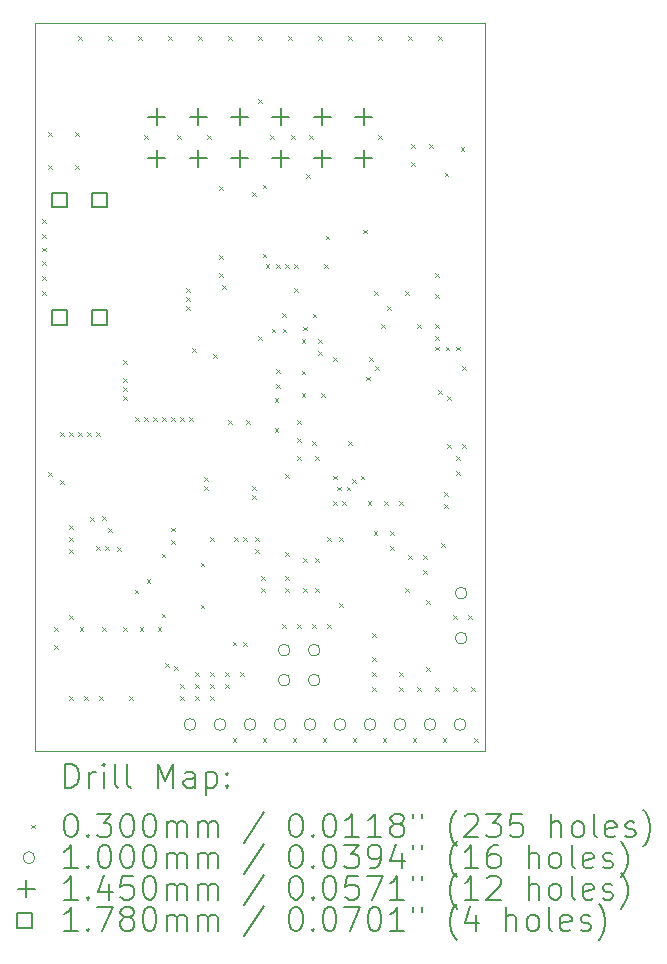
<source format=gbr>
%FSLAX45Y45*%
G04 Gerber Fmt 4.5, Leading zero omitted, Abs format (unit mm)*
G04 Created by KiCad (PCBNEW 6.0.4-6f826c9f35~116~ubuntu18.04.1) date 2022-04-10 17:10:06*
%MOMM*%
%LPD*%
G01*
G04 APERTURE LIST*
%TA.AperFunction,Profile*%
%ADD10C,0.050000*%
%TD*%
%ADD11C,0.200000*%
%ADD12C,0.030000*%
%ADD13C,0.100000*%
%ADD14C,0.145000*%
%ADD15C,0.178000*%
G04 APERTURE END LIST*
D10*
X10795000Y-11366500D02*
X14605000Y-11366500D01*
X14605000Y-5207000D02*
X10795000Y-5207000D01*
X14605000Y-11366500D02*
X14605000Y-5207000D01*
X10795000Y-5207000D02*
X10795000Y-11366500D01*
D11*
D12*
X10856200Y-6868400D02*
X10886200Y-6898400D01*
X10886200Y-6868400D02*
X10856200Y-6898400D01*
X10856200Y-6995400D02*
X10886200Y-7025400D01*
X10886200Y-6995400D02*
X10856200Y-7025400D01*
X10856200Y-7109700D02*
X10886200Y-7139700D01*
X10886200Y-7109700D02*
X10856200Y-7139700D01*
X10856200Y-7224000D02*
X10886200Y-7254000D01*
X10886200Y-7224000D02*
X10856200Y-7254000D01*
X10856200Y-7351000D02*
X10886200Y-7381000D01*
X10886200Y-7351000D02*
X10856200Y-7381000D01*
X10856200Y-7478000D02*
X10886200Y-7508000D01*
X10886200Y-7478000D02*
X10856200Y-7508000D01*
X10905400Y-9008600D02*
X10935400Y-9038600D01*
X10935400Y-9008600D02*
X10905400Y-9038600D01*
X10907000Y-6131800D02*
X10937000Y-6161800D01*
X10937000Y-6131800D02*
X10907000Y-6161800D01*
X10907000Y-6411200D02*
X10937000Y-6441200D01*
X10937000Y-6411200D02*
X10907000Y-6441200D01*
X10957800Y-10322800D02*
X10987800Y-10352800D01*
X10987800Y-10322800D02*
X10957800Y-10352800D01*
X10957800Y-10475200D02*
X10987800Y-10505200D01*
X10987800Y-10475200D02*
X10957800Y-10505200D01*
X11008600Y-8671800D02*
X11038600Y-8701800D01*
X11038600Y-8671800D02*
X11008600Y-8701800D01*
X11008600Y-9078200D02*
X11038600Y-9108200D01*
X11038600Y-9078200D02*
X11008600Y-9108200D01*
X11084800Y-8671800D02*
X11114800Y-8701800D01*
X11114800Y-8671800D02*
X11084800Y-8701800D01*
X11084800Y-9459200D02*
X11114800Y-9489200D01*
X11114800Y-9459200D02*
X11084800Y-9489200D01*
X11084800Y-9560800D02*
X11114800Y-9590800D01*
X11114800Y-9560800D02*
X11084800Y-9590800D01*
X11084800Y-9662400D02*
X11114800Y-9692400D01*
X11114800Y-9662400D02*
X11084800Y-9692400D01*
X11084800Y-10221200D02*
X11114800Y-10251200D01*
X11114800Y-10221200D02*
X11084800Y-10251200D01*
X11084800Y-10907000D02*
X11114800Y-10937000D01*
X11114800Y-10907000D02*
X11084800Y-10937000D01*
X11135600Y-6131800D02*
X11165600Y-6161800D01*
X11165600Y-6131800D02*
X11135600Y-6161800D01*
X11135600Y-6411200D02*
X11165600Y-6441200D01*
X11165600Y-6411200D02*
X11135600Y-6441200D01*
X11161000Y-5319000D02*
X11191000Y-5349000D01*
X11191000Y-5319000D02*
X11161000Y-5349000D01*
X11161000Y-8671800D02*
X11191000Y-8701800D01*
X11191000Y-8671800D02*
X11161000Y-8701800D01*
X11173700Y-10322800D02*
X11203700Y-10352800D01*
X11203700Y-10322800D02*
X11173700Y-10352800D01*
X11211800Y-10907000D02*
X11241800Y-10937000D01*
X11241800Y-10907000D02*
X11211800Y-10937000D01*
X11237200Y-8671800D02*
X11267200Y-8701800D01*
X11267200Y-8671800D02*
X11237200Y-8701800D01*
X11261000Y-9389600D02*
X11291000Y-9419600D01*
X11291000Y-9389600D02*
X11261000Y-9419600D01*
X11311464Y-9635064D02*
X11341464Y-9665064D01*
X11341464Y-9635064D02*
X11311464Y-9665064D01*
X11313400Y-8671800D02*
X11343400Y-8701800D01*
X11343400Y-8671800D02*
X11313400Y-8701800D01*
X11338800Y-10907000D02*
X11368800Y-10937000D01*
X11368800Y-10907000D02*
X11338800Y-10937000D01*
X11364200Y-9380700D02*
X11394200Y-9410700D01*
X11394200Y-9380700D02*
X11364200Y-9410700D01*
X11364200Y-10322800D02*
X11394200Y-10352800D01*
X11394200Y-10322800D02*
X11364200Y-10352800D01*
X11389600Y-9637000D02*
X11419600Y-9667000D01*
X11419600Y-9637000D02*
X11389600Y-9667000D01*
X11415000Y-5319000D02*
X11445000Y-5349000D01*
X11445000Y-5319000D02*
X11415000Y-5349000D01*
X11415000Y-9484600D02*
X11445000Y-9514600D01*
X11445000Y-9484600D02*
X11415000Y-9514600D01*
X11491200Y-9642820D02*
X11521200Y-9672820D01*
X11521200Y-9642820D02*
X11491200Y-9672820D01*
X11542000Y-8062200D02*
X11572000Y-8092200D01*
X11572000Y-8062200D02*
X11542000Y-8092200D01*
X11542000Y-8214600D02*
X11572000Y-8244600D01*
X11572000Y-8214600D02*
X11542000Y-8244600D01*
X11542000Y-8290800D02*
X11572000Y-8320800D01*
X11572000Y-8290800D02*
X11542000Y-8320800D01*
X11542000Y-8367000D02*
X11572000Y-8397000D01*
X11572000Y-8367000D02*
X11542000Y-8397000D01*
X11542000Y-10322800D02*
X11572000Y-10352800D01*
X11572000Y-10322800D02*
X11542000Y-10352800D01*
X11592800Y-10907000D02*
X11622800Y-10937000D01*
X11622800Y-10907000D02*
X11592800Y-10937000D01*
X11637100Y-10005300D02*
X11667100Y-10035300D01*
X11667100Y-10005300D02*
X11637100Y-10035300D01*
X11643600Y-8544800D02*
X11673600Y-8574800D01*
X11673600Y-8544800D02*
X11643600Y-8574800D01*
X11669000Y-5319000D02*
X11699000Y-5349000D01*
X11699000Y-5319000D02*
X11669000Y-5349000D01*
X11681700Y-10322800D02*
X11711700Y-10352800D01*
X11711700Y-10322800D02*
X11681700Y-10352800D01*
X11719800Y-6157200D02*
X11749800Y-6187200D01*
X11749800Y-6157200D02*
X11719800Y-6187200D01*
X11719800Y-8544800D02*
X11749800Y-8574800D01*
X11749800Y-8544800D02*
X11719800Y-8574800D01*
X11738700Y-9916400D02*
X11768700Y-9946400D01*
X11768700Y-9916400D02*
X11738700Y-9946400D01*
X11796000Y-8544800D02*
X11826000Y-8574800D01*
X11826000Y-8544800D02*
X11796000Y-8574800D01*
X11834100Y-10322800D02*
X11864100Y-10352800D01*
X11864100Y-10322800D02*
X11834100Y-10352800D01*
X11865700Y-9700500D02*
X11895700Y-9730500D01*
X11895700Y-9700500D02*
X11865700Y-9730500D01*
X11865700Y-10208500D02*
X11895700Y-10238500D01*
X11895700Y-10208500D02*
X11865700Y-10238500D01*
X11872200Y-8544800D02*
X11902200Y-8574800D01*
X11902200Y-8544800D02*
X11872200Y-8574800D01*
X11897600Y-10627600D02*
X11927600Y-10657600D01*
X11927600Y-10627600D02*
X11897600Y-10657600D01*
X11923000Y-5319000D02*
X11953000Y-5349000D01*
X11953000Y-5319000D02*
X11923000Y-5349000D01*
X11948400Y-8544800D02*
X11978400Y-8574800D01*
X11978400Y-8544800D02*
X11948400Y-8574800D01*
X11948400Y-9479998D02*
X11978400Y-9509998D01*
X11978400Y-9479998D02*
X11948400Y-9509998D01*
X11948400Y-9586200D02*
X11978400Y-9616200D01*
X11978400Y-9586200D02*
X11948400Y-9616200D01*
X11974060Y-10653000D02*
X12004060Y-10683000D01*
X12004060Y-10653000D02*
X11974060Y-10683000D01*
X11999200Y-6157200D02*
X12029200Y-6187200D01*
X12029200Y-6157200D02*
X11999200Y-6187200D01*
X12024600Y-8544800D02*
X12054600Y-8574800D01*
X12054600Y-8544800D02*
X12024600Y-8574800D01*
X12024600Y-10805400D02*
X12054600Y-10835400D01*
X12054600Y-10805400D02*
X12024600Y-10835400D01*
X12024600Y-10907000D02*
X12054600Y-10937000D01*
X12054600Y-10907000D02*
X12024600Y-10937000D01*
X12075400Y-7452600D02*
X12105400Y-7482600D01*
X12105400Y-7452600D02*
X12075400Y-7482600D01*
X12075400Y-7528800D02*
X12105400Y-7558800D01*
X12105400Y-7528800D02*
X12075400Y-7558800D01*
X12075400Y-7605000D02*
X12105400Y-7635000D01*
X12105400Y-7605000D02*
X12075400Y-7635000D01*
X12100800Y-8544800D02*
X12130800Y-8574800D01*
X12130800Y-8544800D02*
X12100800Y-8574800D01*
X12126200Y-7960600D02*
X12156200Y-7990600D01*
X12156200Y-7960600D02*
X12126200Y-7990600D01*
X12151600Y-10703800D02*
X12181600Y-10733800D01*
X12181600Y-10703800D02*
X12151600Y-10733800D01*
X12151600Y-10805400D02*
X12181600Y-10835400D01*
X12181600Y-10805400D02*
X12151600Y-10835400D01*
X12151600Y-10907000D02*
X12181600Y-10937000D01*
X12181600Y-10907000D02*
X12151600Y-10937000D01*
X12177000Y-5319000D02*
X12207000Y-5349000D01*
X12207000Y-5319000D02*
X12177000Y-5349000D01*
X12195900Y-9776700D02*
X12225900Y-9806700D01*
X12225900Y-9776700D02*
X12195900Y-9806700D01*
X12195900Y-10132300D02*
X12225900Y-10162300D01*
X12225900Y-10132300D02*
X12195900Y-10162300D01*
X12227800Y-9052540D02*
X12257800Y-9082540D01*
X12257800Y-9052540D02*
X12227800Y-9082540D01*
X12227800Y-9129000D02*
X12257800Y-9159000D01*
X12257800Y-9129000D02*
X12227800Y-9159000D01*
X12253200Y-6157200D02*
X12283200Y-6187200D01*
X12283200Y-6157200D02*
X12253200Y-6187200D01*
X12278600Y-9560800D02*
X12308600Y-9590800D01*
X12308600Y-9560800D02*
X12278600Y-9590800D01*
X12278600Y-10703800D02*
X12308600Y-10733800D01*
X12308600Y-10703800D02*
X12278600Y-10733800D01*
X12278600Y-10805400D02*
X12308600Y-10835400D01*
X12308600Y-10805400D02*
X12278600Y-10835400D01*
X12278600Y-10907000D02*
X12308600Y-10937000D01*
X12308600Y-10907000D02*
X12278600Y-10937000D01*
X12304000Y-8011400D02*
X12334000Y-8041400D01*
X12334000Y-8011400D02*
X12304000Y-8041400D01*
X12354800Y-6589000D02*
X12384800Y-6619000D01*
X12384800Y-6589000D02*
X12354800Y-6619000D01*
X12354800Y-7173200D02*
X12384800Y-7203200D01*
X12384800Y-7173200D02*
X12354800Y-7203200D01*
X12354800Y-7325600D02*
X12384800Y-7355600D01*
X12384800Y-7325600D02*
X12354800Y-7355600D01*
X12380200Y-7427200D02*
X12410200Y-7457200D01*
X12410200Y-7427200D02*
X12380200Y-7457200D01*
X12405600Y-10703800D02*
X12435600Y-10733800D01*
X12435600Y-10703800D02*
X12405600Y-10733800D01*
X12405600Y-10805400D02*
X12435600Y-10835400D01*
X12435600Y-10805400D02*
X12405600Y-10835400D01*
X12431000Y-5319000D02*
X12461000Y-5349000D01*
X12461000Y-5319000D02*
X12431000Y-5349000D01*
X12431000Y-8570200D02*
X12461000Y-8600200D01*
X12461000Y-8570200D02*
X12431000Y-8600200D01*
X12469100Y-10443980D02*
X12499100Y-10473980D01*
X12499100Y-10443980D02*
X12469100Y-10473980D01*
X12469100Y-11262600D02*
X12499100Y-11292600D01*
X12499100Y-11262600D02*
X12469100Y-11292600D01*
X12481800Y-9560800D02*
X12511800Y-9590800D01*
X12511800Y-9560800D02*
X12481800Y-9590800D01*
X12532600Y-10703800D02*
X12562600Y-10733800D01*
X12562600Y-10703800D02*
X12532600Y-10733800D01*
X12558000Y-10449800D02*
X12588000Y-10479800D01*
X12588000Y-10449800D02*
X12558000Y-10479800D01*
X12558260Y-9560800D02*
X12588260Y-9590800D01*
X12588260Y-9560800D02*
X12558260Y-9590800D01*
X12583400Y-8570200D02*
X12613400Y-8600200D01*
X12613400Y-8570200D02*
X12583400Y-8600200D01*
X12634200Y-6639800D02*
X12664200Y-6669800D01*
X12664200Y-6639800D02*
X12634200Y-6669800D01*
X12634200Y-9129000D02*
X12664200Y-9159000D01*
X12664200Y-9129000D02*
X12634200Y-9159000D01*
X12634200Y-9205460D02*
X12664200Y-9235460D01*
X12664200Y-9205460D02*
X12634200Y-9235460D01*
X12659600Y-9560800D02*
X12689600Y-9590800D01*
X12689600Y-9560800D02*
X12659600Y-9590800D01*
X12659600Y-9662400D02*
X12689600Y-9692400D01*
X12689600Y-9662400D02*
X12659600Y-9692400D01*
X12685000Y-5319000D02*
X12715000Y-5349000D01*
X12715000Y-5319000D02*
X12685000Y-5349000D01*
X12685000Y-5852400D02*
X12715000Y-5882400D01*
X12715000Y-5852400D02*
X12685000Y-5882400D01*
X12685000Y-7859000D02*
X12715000Y-7889000D01*
X12715000Y-7859000D02*
X12685000Y-7889000D01*
X12710400Y-9891000D02*
X12740400Y-9921000D01*
X12740400Y-9891000D02*
X12710400Y-9921000D01*
X12710400Y-9992600D02*
X12740400Y-10022600D01*
X12740400Y-9992600D02*
X12710400Y-10022600D01*
X12723100Y-6576300D02*
X12753100Y-6606300D01*
X12753100Y-6576300D02*
X12723100Y-6606300D01*
X12723100Y-7160500D02*
X12753100Y-7190500D01*
X12753100Y-7160500D02*
X12723100Y-7190500D01*
X12723100Y-11262600D02*
X12753100Y-11292600D01*
X12753100Y-11262600D02*
X12723100Y-11292600D01*
X12748500Y-7249400D02*
X12778500Y-7279400D01*
X12778500Y-7249400D02*
X12748500Y-7279400D01*
X12786600Y-6157200D02*
X12816600Y-6187200D01*
X12816600Y-6157200D02*
X12786600Y-6187200D01*
X12799300Y-7795500D02*
X12829300Y-7825500D01*
X12829300Y-7795500D02*
X12799300Y-7825500D01*
X12824700Y-8382725D02*
X12854700Y-8412725D01*
X12854700Y-8382725D02*
X12824700Y-8412725D01*
X12824700Y-8636725D02*
X12854700Y-8666725D01*
X12854700Y-8636725D02*
X12824700Y-8666725D01*
X12837140Y-7249400D02*
X12867140Y-7279400D01*
X12867140Y-7249400D02*
X12837140Y-7279400D01*
X12837400Y-8138400D02*
X12867400Y-8168400D01*
X12867400Y-8138400D02*
X12837400Y-8168400D01*
X12837400Y-8265400D02*
X12867400Y-8295400D01*
X12867400Y-8265400D02*
X12837400Y-8295400D01*
X12888200Y-7664400D02*
X12918200Y-7694400D01*
X12918200Y-7664400D02*
X12888200Y-7694400D01*
X12888200Y-10297400D02*
X12918200Y-10327400D01*
X12918200Y-10297400D02*
X12888200Y-10327400D01*
X12892301Y-7795500D02*
X12922301Y-7825500D01*
X12922301Y-7795500D02*
X12892301Y-7825500D01*
X12913600Y-7249400D02*
X12943600Y-7279400D01*
X12943600Y-7249400D02*
X12913600Y-7279400D01*
X12913600Y-9027400D02*
X12943600Y-9057400D01*
X12943600Y-9027400D02*
X12913600Y-9057400D01*
X12913600Y-9687800D02*
X12943600Y-9717800D01*
X12943600Y-9687800D02*
X12913600Y-9717800D01*
X12913600Y-9891000D02*
X12943600Y-9921000D01*
X12943600Y-9891000D02*
X12913600Y-9921000D01*
X12913600Y-9992600D02*
X12943600Y-10022600D01*
X12943600Y-9992600D02*
X12913600Y-10022600D01*
X12939000Y-5319000D02*
X12969000Y-5349000D01*
X12969000Y-5319000D02*
X12939000Y-5349000D01*
X12964400Y-6157200D02*
X12994400Y-6187200D01*
X12994400Y-6157200D02*
X12964400Y-6187200D01*
X12977100Y-11262600D02*
X13007100Y-11292600D01*
X13007100Y-11262600D02*
X12977100Y-11292600D01*
X12989800Y-7452600D02*
X13019800Y-7482600D01*
X13019800Y-7452600D02*
X12989800Y-7482600D01*
X12990060Y-7249400D02*
X13020060Y-7279400D01*
X13020060Y-7249400D02*
X12990060Y-7279400D01*
X13015200Y-8570200D02*
X13045200Y-8600200D01*
X13045200Y-8570200D02*
X13015200Y-8600200D01*
X13015200Y-8722600D02*
X13045200Y-8752600D01*
X13045200Y-8722600D02*
X13015200Y-8752600D01*
X13015200Y-8875000D02*
X13045200Y-8905000D01*
X13045200Y-8875000D02*
X13015200Y-8905000D01*
X13015200Y-10297400D02*
X13045200Y-10327400D01*
X13045200Y-10297400D02*
X13015200Y-10327400D01*
X13053300Y-7884400D02*
X13083300Y-7914400D01*
X13083300Y-7884400D02*
X13053300Y-7914400D01*
X13053300Y-8151100D02*
X13083300Y-8181100D01*
X13083300Y-8151100D02*
X13053300Y-8181100D01*
X13053300Y-8341600D02*
X13083300Y-8371600D01*
X13083300Y-8341600D02*
X13053300Y-8371600D01*
X13062712Y-7778906D02*
X13092712Y-7808906D01*
X13092712Y-7778906D02*
X13062712Y-7808906D01*
X13066000Y-9738600D02*
X13096000Y-9768600D01*
X13096000Y-9738600D02*
X13066000Y-9768600D01*
X13066000Y-9992600D02*
X13096000Y-10022600D01*
X13096000Y-9992600D02*
X13066000Y-10022600D01*
X13091400Y-6487400D02*
X13121400Y-6517400D01*
X13121400Y-6487400D02*
X13091400Y-6517400D01*
X13116800Y-6157200D02*
X13146800Y-6187200D01*
X13146800Y-6157200D02*
X13116800Y-6187200D01*
X13142200Y-8748000D02*
X13172200Y-8778000D01*
X13172200Y-8748000D02*
X13142200Y-8778000D01*
X13142200Y-10297400D02*
X13172200Y-10327400D01*
X13172200Y-10297400D02*
X13142200Y-10327400D01*
X13146300Y-7668500D02*
X13176300Y-7698500D01*
X13176300Y-7668500D02*
X13146300Y-7698500D01*
X13167600Y-8875000D02*
X13197600Y-8905000D01*
X13197600Y-8875000D02*
X13167600Y-8905000D01*
X13167600Y-9738600D02*
X13197600Y-9768600D01*
X13197600Y-9738600D02*
X13167600Y-9768600D01*
X13167600Y-9992600D02*
X13197600Y-10022600D01*
X13197600Y-9992600D02*
X13167600Y-10022600D01*
X13193000Y-5319000D02*
X13223000Y-5349000D01*
X13223000Y-5319000D02*
X13193000Y-5349000D01*
X13193000Y-7884400D02*
X13223000Y-7914400D01*
X13223000Y-7884400D02*
X13193000Y-7914400D01*
X13193000Y-7986000D02*
X13223000Y-8016000D01*
X13223000Y-7986000D02*
X13193000Y-8016000D01*
X13218400Y-8341600D02*
X13248400Y-8371600D01*
X13248400Y-8341600D02*
X13218400Y-8371600D01*
X13231100Y-11262600D02*
X13261100Y-11292600D01*
X13261100Y-11262600D02*
X13231100Y-11292600D01*
X13243800Y-7249400D02*
X13273800Y-7279400D01*
X13273800Y-7249400D02*
X13243800Y-7279400D01*
X13256500Y-7008100D02*
X13286500Y-7038100D01*
X13286500Y-7008100D02*
X13256500Y-7038100D01*
X13269200Y-9560800D02*
X13299200Y-9590800D01*
X13299200Y-9560800D02*
X13269200Y-9590800D01*
X13269200Y-10297400D02*
X13299200Y-10327400D01*
X13299200Y-10297400D02*
X13269200Y-10327400D01*
X13320000Y-8036800D02*
X13350000Y-8066800D01*
X13350000Y-8036800D02*
X13320000Y-8066800D01*
X13320000Y-9040100D02*
X13350000Y-9070100D01*
X13350000Y-9040100D02*
X13320000Y-9070100D01*
X13320000Y-9256000D02*
X13350000Y-9286000D01*
X13350000Y-9256000D02*
X13320000Y-9286000D01*
X13351726Y-9130504D02*
X13381726Y-9160504D01*
X13381726Y-9130504D02*
X13351726Y-9160504D01*
X13370800Y-9560800D02*
X13400800Y-9590800D01*
X13400800Y-9560800D02*
X13370800Y-9590800D01*
X13370800Y-10119600D02*
X13400800Y-10149600D01*
X13400800Y-10119600D02*
X13370800Y-10149600D01*
X13396460Y-9256000D02*
X13426460Y-9286000D01*
X13426460Y-9256000D02*
X13396460Y-9286000D01*
X13432586Y-9131291D02*
X13462586Y-9161291D01*
X13462586Y-9131291D02*
X13432586Y-9161291D01*
X13447000Y-5319000D02*
X13477000Y-5349000D01*
X13477000Y-5319000D02*
X13447000Y-5349000D01*
X13447000Y-8748000D02*
X13477000Y-8778000D01*
X13477000Y-8748000D02*
X13447000Y-8778000D01*
X13479051Y-9070569D02*
X13509051Y-9100569D01*
X13509051Y-9070569D02*
X13479051Y-9100569D01*
X13485100Y-11262600D02*
X13515100Y-11292600D01*
X13515100Y-11262600D02*
X13485100Y-11292600D01*
X13553131Y-9039412D02*
X13583131Y-9069412D01*
X13583131Y-9039412D02*
X13553131Y-9069412D01*
X13574000Y-6957300D02*
X13604000Y-6987300D01*
X13604000Y-6957300D02*
X13574000Y-6987300D01*
X13599400Y-8201900D02*
X13629400Y-8231900D01*
X13629400Y-8201900D02*
X13599400Y-8231900D01*
X13612100Y-9256000D02*
X13642100Y-9286000D01*
X13642100Y-9256000D02*
X13612100Y-9286000D01*
X13624800Y-8036800D02*
X13654800Y-8066800D01*
X13654800Y-8036800D02*
X13624800Y-8066800D01*
X13650200Y-10373600D02*
X13680200Y-10403600D01*
X13680200Y-10373600D02*
X13650200Y-10403600D01*
X13650200Y-10576800D02*
X13680200Y-10606800D01*
X13680200Y-10576800D02*
X13650200Y-10606800D01*
X13650200Y-10703800D02*
X13680200Y-10733800D01*
X13680200Y-10703800D02*
X13650200Y-10733800D01*
X13650200Y-10830800D02*
X13680200Y-10860800D01*
X13680200Y-10830800D02*
X13650200Y-10860800D01*
X13662900Y-9510000D02*
X13692900Y-9540000D01*
X13692900Y-9510000D02*
X13662900Y-9540000D01*
X13664440Y-7478000D02*
X13694440Y-7508000D01*
X13694440Y-7478000D02*
X13664440Y-7508000D01*
X13675600Y-8113000D02*
X13705600Y-8143000D01*
X13705600Y-8113000D02*
X13675600Y-8143000D01*
X13701000Y-5319000D02*
X13731000Y-5349000D01*
X13731000Y-5319000D02*
X13701000Y-5349000D01*
X13701000Y-6157200D02*
X13731000Y-6187200D01*
X13731000Y-6157200D02*
X13701000Y-6187200D01*
X13726400Y-7757400D02*
X13756400Y-7787400D01*
X13756400Y-7757400D02*
X13726400Y-7787400D01*
X13739100Y-11262600D02*
X13769100Y-11292600D01*
X13769100Y-11262600D02*
X13739100Y-11292600D01*
X13751800Y-9256000D02*
X13781800Y-9286000D01*
X13781800Y-9256000D02*
X13751800Y-9286000D01*
X13777200Y-7605000D02*
X13807200Y-7635000D01*
X13807200Y-7605000D02*
X13777200Y-7635000D01*
X13802600Y-9510000D02*
X13832600Y-9540000D01*
X13832600Y-9510000D02*
X13802600Y-9540000D01*
X13802600Y-9637000D02*
X13832600Y-9667000D01*
X13832600Y-9637000D02*
X13802600Y-9667000D01*
X13878800Y-9256000D02*
X13908800Y-9286000D01*
X13908800Y-9256000D02*
X13878800Y-9286000D01*
X13878800Y-10703800D02*
X13908800Y-10733800D01*
X13908800Y-10703800D02*
X13878800Y-10733800D01*
X13878800Y-10830800D02*
X13908800Y-10860800D01*
X13908800Y-10830800D02*
X13878800Y-10860800D01*
X13929600Y-7478000D02*
X13959600Y-7508000D01*
X13959600Y-7478000D02*
X13929600Y-7508000D01*
X13929600Y-9992600D02*
X13959600Y-10022600D01*
X13959600Y-9992600D02*
X13929600Y-10022600D01*
X13955000Y-5319000D02*
X13985000Y-5349000D01*
X13985000Y-5319000D02*
X13955000Y-5349000D01*
X13955000Y-9713200D02*
X13985000Y-9743200D01*
X13985000Y-9713200D02*
X13955000Y-9743200D01*
X13980400Y-6233400D02*
X14010400Y-6263400D01*
X14010400Y-6233400D02*
X13980400Y-6263400D01*
X13980400Y-6385800D02*
X14010400Y-6415800D01*
X14010400Y-6385800D02*
X13980400Y-6415800D01*
X13993100Y-11262600D02*
X14023100Y-11292600D01*
X14023100Y-11262600D02*
X13993100Y-11292600D01*
X14031200Y-7757400D02*
X14061200Y-7787400D01*
X14061200Y-7757400D02*
X14031200Y-7787400D01*
X14031200Y-10830800D02*
X14061200Y-10860800D01*
X14061200Y-10830800D02*
X14031200Y-10860800D01*
X14082000Y-9713200D02*
X14112000Y-9743200D01*
X14112000Y-9713200D02*
X14082000Y-9743200D01*
X14082000Y-9840200D02*
X14112000Y-9870200D01*
X14112000Y-9840200D02*
X14082000Y-9870200D01*
X14107400Y-10094200D02*
X14137400Y-10124200D01*
X14137400Y-10094200D02*
X14107400Y-10124200D01*
X14107400Y-10658820D02*
X14137400Y-10688820D01*
X14137400Y-10658820D02*
X14107400Y-10688820D01*
X14132800Y-6233400D02*
X14162800Y-6263400D01*
X14162800Y-6233400D02*
X14132800Y-6263400D01*
X14183600Y-7325600D02*
X14213600Y-7355600D01*
X14213600Y-7325600D02*
X14183600Y-7355600D01*
X14183600Y-7501100D02*
X14213600Y-7531100D01*
X14213600Y-7501100D02*
X14183600Y-7531100D01*
X14183600Y-7755100D02*
X14213600Y-7785100D01*
X14213600Y-7755100D02*
X14183600Y-7785100D01*
X14183600Y-7859000D02*
X14213600Y-7889000D01*
X14213600Y-7859000D02*
X14183600Y-7889000D01*
X14183600Y-7947900D02*
X14213600Y-7977900D01*
X14213600Y-7947900D02*
X14183600Y-7977900D01*
X14183600Y-10830800D02*
X14213600Y-10860800D01*
X14213600Y-10830800D02*
X14183600Y-10860800D01*
X14209000Y-5319000D02*
X14239000Y-5349000D01*
X14239000Y-5319000D02*
X14209000Y-5349000D01*
X14209000Y-8316200D02*
X14239000Y-8346200D01*
X14239000Y-8316200D02*
X14209000Y-8346200D01*
X14234400Y-9611600D02*
X14264400Y-9641600D01*
X14264400Y-9611600D02*
X14234400Y-9641600D01*
X14247100Y-11262600D02*
X14277100Y-11292600D01*
X14277100Y-11262600D02*
X14247100Y-11292600D01*
X14259800Y-9179800D02*
X14289800Y-9209800D01*
X14289800Y-9179800D02*
X14259800Y-9209800D01*
X14259800Y-9281400D02*
X14289800Y-9311400D01*
X14289800Y-9281400D02*
X14259800Y-9311400D01*
X14262600Y-6474700D02*
X14292600Y-6504700D01*
X14292600Y-6474700D02*
X14262600Y-6504700D01*
X14272500Y-7947900D02*
X14302500Y-7977900D01*
X14302500Y-7947900D02*
X14272500Y-7977900D01*
X14285200Y-8367000D02*
X14315200Y-8397000D01*
X14315200Y-8367000D02*
X14285200Y-8397000D01*
X14285200Y-8773400D02*
X14315200Y-8803400D01*
X14315200Y-8773400D02*
X14285200Y-8803400D01*
X14336000Y-10221200D02*
X14366000Y-10251200D01*
X14366000Y-10221200D02*
X14336000Y-10251200D01*
X14336000Y-10830800D02*
X14366000Y-10860800D01*
X14366000Y-10830800D02*
X14336000Y-10860800D01*
X14361400Y-7947900D02*
X14391400Y-7977900D01*
X14391400Y-7947900D02*
X14361400Y-7977900D01*
X14361400Y-8875000D02*
X14391400Y-8905000D01*
X14391400Y-8875000D02*
X14361400Y-8905000D01*
X14361400Y-9002000D02*
X14391400Y-9032000D01*
X14391400Y-9002000D02*
X14361400Y-9032000D01*
X14399500Y-6258800D02*
X14429500Y-6288800D01*
X14429500Y-6258800D02*
X14399500Y-6288800D01*
X14412200Y-8113000D02*
X14442200Y-8143000D01*
X14442200Y-8113000D02*
X14412200Y-8143000D01*
X14412200Y-8773400D02*
X14442200Y-8803400D01*
X14442200Y-8773400D02*
X14412200Y-8803400D01*
X14463000Y-10221200D02*
X14493000Y-10251200D01*
X14493000Y-10221200D02*
X14463000Y-10251200D01*
X14488400Y-10830800D02*
X14518400Y-10860800D01*
X14518400Y-10830800D02*
X14488400Y-10860800D01*
X14513800Y-11262600D02*
X14543800Y-11292600D01*
X14543800Y-11262600D02*
X14513800Y-11292600D01*
D13*
X12155640Y-11145520D02*
G75*
G03*
X12155640Y-11145520I-50000J0D01*
G01*
X12409640Y-11145520D02*
G75*
G03*
X12409640Y-11145520I-50000J0D01*
G01*
X12663640Y-11145520D02*
G75*
G03*
X12663640Y-11145520I-50000J0D01*
G01*
X12917640Y-11145520D02*
G75*
G03*
X12917640Y-11145520I-50000J0D01*
G01*
X12953200Y-10515600D02*
G75*
G03*
X12953200Y-10515600I-50000J0D01*
G01*
X12953200Y-10769600D02*
G75*
G03*
X12953200Y-10769600I-50000J0D01*
G01*
X13171640Y-11145520D02*
G75*
G03*
X13171640Y-11145520I-50000J0D01*
G01*
X13207200Y-10515600D02*
G75*
G03*
X13207200Y-10515600I-50000J0D01*
G01*
X13207200Y-10769600D02*
G75*
G03*
X13207200Y-10769600I-50000J0D01*
G01*
X13425640Y-11145520D02*
G75*
G03*
X13425640Y-11145520I-50000J0D01*
G01*
X13679640Y-11145520D02*
G75*
G03*
X13679640Y-11145520I-50000J0D01*
G01*
X13933640Y-11145520D02*
G75*
G03*
X13933640Y-11145520I-50000J0D01*
G01*
X14187640Y-11145520D02*
G75*
G03*
X14187640Y-11145520I-50000J0D01*
G01*
X14441640Y-11145520D02*
G75*
G03*
X14441640Y-11145520I-50000J0D01*
G01*
X14451800Y-10033000D02*
G75*
G03*
X14451800Y-10033000I-50000J0D01*
G01*
X14451800Y-10414000D02*
G75*
G03*
X14451800Y-10414000I-50000J0D01*
G01*
D14*
X11825000Y-5927500D02*
X11825000Y-6072500D01*
X11752500Y-6000000D02*
X11897500Y-6000000D01*
X11825000Y-6277500D02*
X11825000Y-6422500D01*
X11752500Y-6350000D02*
X11897500Y-6350000D01*
X12175000Y-5927500D02*
X12175000Y-6072500D01*
X12102500Y-6000000D02*
X12247500Y-6000000D01*
X12175000Y-6277500D02*
X12175000Y-6422500D01*
X12102500Y-6350000D02*
X12247500Y-6350000D01*
X12525000Y-5927500D02*
X12525000Y-6072500D01*
X12452500Y-6000000D02*
X12597500Y-6000000D01*
X12525000Y-6277500D02*
X12525000Y-6422500D01*
X12452500Y-6350000D02*
X12597500Y-6350000D01*
X12875000Y-5927500D02*
X12875000Y-6072500D01*
X12802500Y-6000000D02*
X12947500Y-6000000D01*
X12875000Y-6277500D02*
X12875000Y-6422500D01*
X12802500Y-6350000D02*
X12947500Y-6350000D01*
X13225000Y-5927500D02*
X13225000Y-6072500D01*
X13152500Y-6000000D02*
X13297500Y-6000000D01*
X13225000Y-6277500D02*
X13225000Y-6422500D01*
X13152500Y-6350000D02*
X13297500Y-6350000D01*
X13575000Y-5927500D02*
X13575000Y-6072500D01*
X13502500Y-6000000D02*
X13647500Y-6000000D01*
X13575000Y-6277500D02*
X13575000Y-6422500D01*
X13502500Y-6350000D02*
X13647500Y-6350000D01*
D15*
X11061133Y-6767133D02*
X11061133Y-6641267D01*
X10935267Y-6641267D01*
X10935267Y-6767133D01*
X11061133Y-6767133D01*
X11061133Y-7759133D02*
X11061133Y-7633267D01*
X10935267Y-7633267D01*
X10935267Y-7759133D01*
X11061133Y-7759133D01*
X11401133Y-6767133D02*
X11401133Y-6641267D01*
X11275267Y-6641267D01*
X11275267Y-6767133D01*
X11401133Y-6767133D01*
X11401133Y-7759133D02*
X11401133Y-7633267D01*
X11275267Y-7633267D01*
X11275267Y-7759133D01*
X11401133Y-7759133D01*
D11*
X11050119Y-11679476D02*
X11050119Y-11479476D01*
X11097738Y-11479476D01*
X11126310Y-11489000D01*
X11145357Y-11508048D01*
X11154881Y-11527095D01*
X11164405Y-11565190D01*
X11164405Y-11593762D01*
X11154881Y-11631857D01*
X11145357Y-11650905D01*
X11126310Y-11669952D01*
X11097738Y-11679476D01*
X11050119Y-11679476D01*
X11250119Y-11679476D02*
X11250119Y-11546143D01*
X11250119Y-11584238D02*
X11259643Y-11565190D01*
X11269167Y-11555667D01*
X11288214Y-11546143D01*
X11307262Y-11546143D01*
X11373928Y-11679476D02*
X11373928Y-11546143D01*
X11373928Y-11479476D02*
X11364405Y-11489000D01*
X11373928Y-11498524D01*
X11383452Y-11489000D01*
X11373928Y-11479476D01*
X11373928Y-11498524D01*
X11497738Y-11679476D02*
X11478690Y-11669952D01*
X11469167Y-11650905D01*
X11469167Y-11479476D01*
X11602500Y-11679476D02*
X11583452Y-11669952D01*
X11573928Y-11650905D01*
X11573928Y-11479476D01*
X11831071Y-11679476D02*
X11831071Y-11479476D01*
X11897738Y-11622333D01*
X11964405Y-11479476D01*
X11964405Y-11679476D01*
X12145357Y-11679476D02*
X12145357Y-11574714D01*
X12135833Y-11555667D01*
X12116786Y-11546143D01*
X12078690Y-11546143D01*
X12059643Y-11555667D01*
X12145357Y-11669952D02*
X12126309Y-11679476D01*
X12078690Y-11679476D01*
X12059643Y-11669952D01*
X12050119Y-11650905D01*
X12050119Y-11631857D01*
X12059643Y-11612809D01*
X12078690Y-11603286D01*
X12126309Y-11603286D01*
X12145357Y-11593762D01*
X12240595Y-11546143D02*
X12240595Y-11746143D01*
X12240595Y-11555667D02*
X12259643Y-11546143D01*
X12297738Y-11546143D01*
X12316786Y-11555667D01*
X12326309Y-11565190D01*
X12335833Y-11584238D01*
X12335833Y-11641381D01*
X12326309Y-11660428D01*
X12316786Y-11669952D01*
X12297738Y-11679476D01*
X12259643Y-11679476D01*
X12240595Y-11669952D01*
X12421548Y-11660428D02*
X12431071Y-11669952D01*
X12421548Y-11679476D01*
X12412024Y-11669952D01*
X12421548Y-11660428D01*
X12421548Y-11679476D01*
X12421548Y-11555667D02*
X12431071Y-11565190D01*
X12421548Y-11574714D01*
X12412024Y-11565190D01*
X12421548Y-11555667D01*
X12421548Y-11574714D01*
D12*
X10762500Y-11994000D02*
X10792500Y-12024000D01*
X10792500Y-11994000D02*
X10762500Y-12024000D01*
D11*
X11088214Y-11899476D02*
X11107262Y-11899476D01*
X11126310Y-11909000D01*
X11135833Y-11918524D01*
X11145357Y-11937571D01*
X11154881Y-11975667D01*
X11154881Y-12023286D01*
X11145357Y-12061381D01*
X11135833Y-12080428D01*
X11126310Y-12089952D01*
X11107262Y-12099476D01*
X11088214Y-12099476D01*
X11069167Y-12089952D01*
X11059643Y-12080428D01*
X11050119Y-12061381D01*
X11040595Y-12023286D01*
X11040595Y-11975667D01*
X11050119Y-11937571D01*
X11059643Y-11918524D01*
X11069167Y-11909000D01*
X11088214Y-11899476D01*
X11240595Y-12080428D02*
X11250119Y-12089952D01*
X11240595Y-12099476D01*
X11231071Y-12089952D01*
X11240595Y-12080428D01*
X11240595Y-12099476D01*
X11316786Y-11899476D02*
X11440595Y-11899476D01*
X11373928Y-11975667D01*
X11402500Y-11975667D01*
X11421548Y-11985190D01*
X11431071Y-11994714D01*
X11440595Y-12013762D01*
X11440595Y-12061381D01*
X11431071Y-12080428D01*
X11421548Y-12089952D01*
X11402500Y-12099476D01*
X11345357Y-12099476D01*
X11326309Y-12089952D01*
X11316786Y-12080428D01*
X11564405Y-11899476D02*
X11583452Y-11899476D01*
X11602500Y-11909000D01*
X11612024Y-11918524D01*
X11621548Y-11937571D01*
X11631071Y-11975667D01*
X11631071Y-12023286D01*
X11621548Y-12061381D01*
X11612024Y-12080428D01*
X11602500Y-12089952D01*
X11583452Y-12099476D01*
X11564405Y-12099476D01*
X11545357Y-12089952D01*
X11535833Y-12080428D01*
X11526309Y-12061381D01*
X11516786Y-12023286D01*
X11516786Y-11975667D01*
X11526309Y-11937571D01*
X11535833Y-11918524D01*
X11545357Y-11909000D01*
X11564405Y-11899476D01*
X11754881Y-11899476D02*
X11773928Y-11899476D01*
X11792976Y-11909000D01*
X11802500Y-11918524D01*
X11812024Y-11937571D01*
X11821548Y-11975667D01*
X11821548Y-12023286D01*
X11812024Y-12061381D01*
X11802500Y-12080428D01*
X11792976Y-12089952D01*
X11773928Y-12099476D01*
X11754881Y-12099476D01*
X11735833Y-12089952D01*
X11726309Y-12080428D01*
X11716786Y-12061381D01*
X11707262Y-12023286D01*
X11707262Y-11975667D01*
X11716786Y-11937571D01*
X11726309Y-11918524D01*
X11735833Y-11909000D01*
X11754881Y-11899476D01*
X11907262Y-12099476D02*
X11907262Y-11966143D01*
X11907262Y-11985190D02*
X11916786Y-11975667D01*
X11935833Y-11966143D01*
X11964405Y-11966143D01*
X11983452Y-11975667D01*
X11992976Y-11994714D01*
X11992976Y-12099476D01*
X11992976Y-11994714D02*
X12002500Y-11975667D01*
X12021548Y-11966143D01*
X12050119Y-11966143D01*
X12069167Y-11975667D01*
X12078690Y-11994714D01*
X12078690Y-12099476D01*
X12173928Y-12099476D02*
X12173928Y-11966143D01*
X12173928Y-11985190D02*
X12183452Y-11975667D01*
X12202500Y-11966143D01*
X12231071Y-11966143D01*
X12250119Y-11975667D01*
X12259643Y-11994714D01*
X12259643Y-12099476D01*
X12259643Y-11994714D02*
X12269167Y-11975667D01*
X12288214Y-11966143D01*
X12316786Y-11966143D01*
X12335833Y-11975667D01*
X12345357Y-11994714D01*
X12345357Y-12099476D01*
X12735833Y-11889952D02*
X12564405Y-12147095D01*
X12992976Y-11899476D02*
X13012024Y-11899476D01*
X13031071Y-11909000D01*
X13040595Y-11918524D01*
X13050119Y-11937571D01*
X13059643Y-11975667D01*
X13059643Y-12023286D01*
X13050119Y-12061381D01*
X13040595Y-12080428D01*
X13031071Y-12089952D01*
X13012024Y-12099476D01*
X12992976Y-12099476D01*
X12973928Y-12089952D01*
X12964405Y-12080428D01*
X12954881Y-12061381D01*
X12945357Y-12023286D01*
X12945357Y-11975667D01*
X12954881Y-11937571D01*
X12964405Y-11918524D01*
X12973928Y-11909000D01*
X12992976Y-11899476D01*
X13145357Y-12080428D02*
X13154881Y-12089952D01*
X13145357Y-12099476D01*
X13135833Y-12089952D01*
X13145357Y-12080428D01*
X13145357Y-12099476D01*
X13278690Y-11899476D02*
X13297738Y-11899476D01*
X13316786Y-11909000D01*
X13326309Y-11918524D01*
X13335833Y-11937571D01*
X13345357Y-11975667D01*
X13345357Y-12023286D01*
X13335833Y-12061381D01*
X13326309Y-12080428D01*
X13316786Y-12089952D01*
X13297738Y-12099476D01*
X13278690Y-12099476D01*
X13259643Y-12089952D01*
X13250119Y-12080428D01*
X13240595Y-12061381D01*
X13231071Y-12023286D01*
X13231071Y-11975667D01*
X13240595Y-11937571D01*
X13250119Y-11918524D01*
X13259643Y-11909000D01*
X13278690Y-11899476D01*
X13535833Y-12099476D02*
X13421548Y-12099476D01*
X13478690Y-12099476D02*
X13478690Y-11899476D01*
X13459643Y-11928048D01*
X13440595Y-11947095D01*
X13421548Y-11956619D01*
X13726309Y-12099476D02*
X13612024Y-12099476D01*
X13669167Y-12099476D02*
X13669167Y-11899476D01*
X13650119Y-11928048D01*
X13631071Y-11947095D01*
X13612024Y-11956619D01*
X13840595Y-11985190D02*
X13821548Y-11975667D01*
X13812024Y-11966143D01*
X13802500Y-11947095D01*
X13802500Y-11937571D01*
X13812024Y-11918524D01*
X13821548Y-11909000D01*
X13840595Y-11899476D01*
X13878690Y-11899476D01*
X13897738Y-11909000D01*
X13907262Y-11918524D01*
X13916786Y-11937571D01*
X13916786Y-11947095D01*
X13907262Y-11966143D01*
X13897738Y-11975667D01*
X13878690Y-11985190D01*
X13840595Y-11985190D01*
X13821548Y-11994714D01*
X13812024Y-12004238D01*
X13802500Y-12023286D01*
X13802500Y-12061381D01*
X13812024Y-12080428D01*
X13821548Y-12089952D01*
X13840595Y-12099476D01*
X13878690Y-12099476D01*
X13897738Y-12089952D01*
X13907262Y-12080428D01*
X13916786Y-12061381D01*
X13916786Y-12023286D01*
X13907262Y-12004238D01*
X13897738Y-11994714D01*
X13878690Y-11985190D01*
X13992976Y-11899476D02*
X13992976Y-11937571D01*
X14069167Y-11899476D02*
X14069167Y-11937571D01*
X14364405Y-12175667D02*
X14354881Y-12166143D01*
X14335833Y-12137571D01*
X14326309Y-12118524D01*
X14316786Y-12089952D01*
X14307262Y-12042333D01*
X14307262Y-12004238D01*
X14316786Y-11956619D01*
X14326309Y-11928048D01*
X14335833Y-11909000D01*
X14354881Y-11880428D01*
X14364405Y-11870905D01*
X14431071Y-11918524D02*
X14440595Y-11909000D01*
X14459643Y-11899476D01*
X14507262Y-11899476D01*
X14526309Y-11909000D01*
X14535833Y-11918524D01*
X14545357Y-11937571D01*
X14545357Y-11956619D01*
X14535833Y-11985190D01*
X14421548Y-12099476D01*
X14545357Y-12099476D01*
X14612024Y-11899476D02*
X14735833Y-11899476D01*
X14669167Y-11975667D01*
X14697738Y-11975667D01*
X14716786Y-11985190D01*
X14726309Y-11994714D01*
X14735833Y-12013762D01*
X14735833Y-12061381D01*
X14726309Y-12080428D01*
X14716786Y-12089952D01*
X14697738Y-12099476D01*
X14640595Y-12099476D01*
X14621548Y-12089952D01*
X14612024Y-12080428D01*
X14916786Y-11899476D02*
X14821548Y-11899476D01*
X14812024Y-11994714D01*
X14821548Y-11985190D01*
X14840595Y-11975667D01*
X14888214Y-11975667D01*
X14907262Y-11985190D01*
X14916786Y-11994714D01*
X14926309Y-12013762D01*
X14926309Y-12061381D01*
X14916786Y-12080428D01*
X14907262Y-12089952D01*
X14888214Y-12099476D01*
X14840595Y-12099476D01*
X14821548Y-12089952D01*
X14812024Y-12080428D01*
X15164405Y-12099476D02*
X15164405Y-11899476D01*
X15250119Y-12099476D02*
X15250119Y-11994714D01*
X15240595Y-11975667D01*
X15221548Y-11966143D01*
X15192976Y-11966143D01*
X15173928Y-11975667D01*
X15164405Y-11985190D01*
X15373928Y-12099476D02*
X15354881Y-12089952D01*
X15345357Y-12080428D01*
X15335833Y-12061381D01*
X15335833Y-12004238D01*
X15345357Y-11985190D01*
X15354881Y-11975667D01*
X15373928Y-11966143D01*
X15402500Y-11966143D01*
X15421548Y-11975667D01*
X15431071Y-11985190D01*
X15440595Y-12004238D01*
X15440595Y-12061381D01*
X15431071Y-12080428D01*
X15421548Y-12089952D01*
X15402500Y-12099476D01*
X15373928Y-12099476D01*
X15554881Y-12099476D02*
X15535833Y-12089952D01*
X15526309Y-12070905D01*
X15526309Y-11899476D01*
X15707262Y-12089952D02*
X15688214Y-12099476D01*
X15650119Y-12099476D01*
X15631071Y-12089952D01*
X15621548Y-12070905D01*
X15621548Y-11994714D01*
X15631071Y-11975667D01*
X15650119Y-11966143D01*
X15688214Y-11966143D01*
X15707262Y-11975667D01*
X15716786Y-11994714D01*
X15716786Y-12013762D01*
X15621548Y-12032809D01*
X15792976Y-12089952D02*
X15812024Y-12099476D01*
X15850119Y-12099476D01*
X15869167Y-12089952D01*
X15878690Y-12070905D01*
X15878690Y-12061381D01*
X15869167Y-12042333D01*
X15850119Y-12032809D01*
X15821548Y-12032809D01*
X15802500Y-12023286D01*
X15792976Y-12004238D01*
X15792976Y-11994714D01*
X15802500Y-11975667D01*
X15821548Y-11966143D01*
X15850119Y-11966143D01*
X15869167Y-11975667D01*
X15945357Y-12175667D02*
X15954881Y-12166143D01*
X15973928Y-12137571D01*
X15983452Y-12118524D01*
X15992976Y-12089952D01*
X16002500Y-12042333D01*
X16002500Y-12004238D01*
X15992976Y-11956619D01*
X15983452Y-11928048D01*
X15973928Y-11909000D01*
X15954881Y-11880428D01*
X15945357Y-11870905D01*
D13*
X10792500Y-12273000D02*
G75*
G03*
X10792500Y-12273000I-50000J0D01*
G01*
D11*
X11154881Y-12363476D02*
X11040595Y-12363476D01*
X11097738Y-12363476D02*
X11097738Y-12163476D01*
X11078690Y-12192048D01*
X11059643Y-12211095D01*
X11040595Y-12220619D01*
X11240595Y-12344428D02*
X11250119Y-12353952D01*
X11240595Y-12363476D01*
X11231071Y-12353952D01*
X11240595Y-12344428D01*
X11240595Y-12363476D01*
X11373928Y-12163476D02*
X11392976Y-12163476D01*
X11412024Y-12173000D01*
X11421548Y-12182524D01*
X11431071Y-12201571D01*
X11440595Y-12239667D01*
X11440595Y-12287286D01*
X11431071Y-12325381D01*
X11421548Y-12344428D01*
X11412024Y-12353952D01*
X11392976Y-12363476D01*
X11373928Y-12363476D01*
X11354881Y-12353952D01*
X11345357Y-12344428D01*
X11335833Y-12325381D01*
X11326309Y-12287286D01*
X11326309Y-12239667D01*
X11335833Y-12201571D01*
X11345357Y-12182524D01*
X11354881Y-12173000D01*
X11373928Y-12163476D01*
X11564405Y-12163476D02*
X11583452Y-12163476D01*
X11602500Y-12173000D01*
X11612024Y-12182524D01*
X11621548Y-12201571D01*
X11631071Y-12239667D01*
X11631071Y-12287286D01*
X11621548Y-12325381D01*
X11612024Y-12344428D01*
X11602500Y-12353952D01*
X11583452Y-12363476D01*
X11564405Y-12363476D01*
X11545357Y-12353952D01*
X11535833Y-12344428D01*
X11526309Y-12325381D01*
X11516786Y-12287286D01*
X11516786Y-12239667D01*
X11526309Y-12201571D01*
X11535833Y-12182524D01*
X11545357Y-12173000D01*
X11564405Y-12163476D01*
X11754881Y-12163476D02*
X11773928Y-12163476D01*
X11792976Y-12173000D01*
X11802500Y-12182524D01*
X11812024Y-12201571D01*
X11821548Y-12239667D01*
X11821548Y-12287286D01*
X11812024Y-12325381D01*
X11802500Y-12344428D01*
X11792976Y-12353952D01*
X11773928Y-12363476D01*
X11754881Y-12363476D01*
X11735833Y-12353952D01*
X11726309Y-12344428D01*
X11716786Y-12325381D01*
X11707262Y-12287286D01*
X11707262Y-12239667D01*
X11716786Y-12201571D01*
X11726309Y-12182524D01*
X11735833Y-12173000D01*
X11754881Y-12163476D01*
X11907262Y-12363476D02*
X11907262Y-12230143D01*
X11907262Y-12249190D02*
X11916786Y-12239667D01*
X11935833Y-12230143D01*
X11964405Y-12230143D01*
X11983452Y-12239667D01*
X11992976Y-12258714D01*
X11992976Y-12363476D01*
X11992976Y-12258714D02*
X12002500Y-12239667D01*
X12021548Y-12230143D01*
X12050119Y-12230143D01*
X12069167Y-12239667D01*
X12078690Y-12258714D01*
X12078690Y-12363476D01*
X12173928Y-12363476D02*
X12173928Y-12230143D01*
X12173928Y-12249190D02*
X12183452Y-12239667D01*
X12202500Y-12230143D01*
X12231071Y-12230143D01*
X12250119Y-12239667D01*
X12259643Y-12258714D01*
X12259643Y-12363476D01*
X12259643Y-12258714D02*
X12269167Y-12239667D01*
X12288214Y-12230143D01*
X12316786Y-12230143D01*
X12335833Y-12239667D01*
X12345357Y-12258714D01*
X12345357Y-12363476D01*
X12735833Y-12153952D02*
X12564405Y-12411095D01*
X12992976Y-12163476D02*
X13012024Y-12163476D01*
X13031071Y-12173000D01*
X13040595Y-12182524D01*
X13050119Y-12201571D01*
X13059643Y-12239667D01*
X13059643Y-12287286D01*
X13050119Y-12325381D01*
X13040595Y-12344428D01*
X13031071Y-12353952D01*
X13012024Y-12363476D01*
X12992976Y-12363476D01*
X12973928Y-12353952D01*
X12964405Y-12344428D01*
X12954881Y-12325381D01*
X12945357Y-12287286D01*
X12945357Y-12239667D01*
X12954881Y-12201571D01*
X12964405Y-12182524D01*
X12973928Y-12173000D01*
X12992976Y-12163476D01*
X13145357Y-12344428D02*
X13154881Y-12353952D01*
X13145357Y-12363476D01*
X13135833Y-12353952D01*
X13145357Y-12344428D01*
X13145357Y-12363476D01*
X13278690Y-12163476D02*
X13297738Y-12163476D01*
X13316786Y-12173000D01*
X13326309Y-12182524D01*
X13335833Y-12201571D01*
X13345357Y-12239667D01*
X13345357Y-12287286D01*
X13335833Y-12325381D01*
X13326309Y-12344428D01*
X13316786Y-12353952D01*
X13297738Y-12363476D01*
X13278690Y-12363476D01*
X13259643Y-12353952D01*
X13250119Y-12344428D01*
X13240595Y-12325381D01*
X13231071Y-12287286D01*
X13231071Y-12239667D01*
X13240595Y-12201571D01*
X13250119Y-12182524D01*
X13259643Y-12173000D01*
X13278690Y-12163476D01*
X13412024Y-12163476D02*
X13535833Y-12163476D01*
X13469167Y-12239667D01*
X13497738Y-12239667D01*
X13516786Y-12249190D01*
X13526309Y-12258714D01*
X13535833Y-12277762D01*
X13535833Y-12325381D01*
X13526309Y-12344428D01*
X13516786Y-12353952D01*
X13497738Y-12363476D01*
X13440595Y-12363476D01*
X13421548Y-12353952D01*
X13412024Y-12344428D01*
X13631071Y-12363476D02*
X13669167Y-12363476D01*
X13688214Y-12353952D01*
X13697738Y-12344428D01*
X13716786Y-12315857D01*
X13726309Y-12277762D01*
X13726309Y-12201571D01*
X13716786Y-12182524D01*
X13707262Y-12173000D01*
X13688214Y-12163476D01*
X13650119Y-12163476D01*
X13631071Y-12173000D01*
X13621548Y-12182524D01*
X13612024Y-12201571D01*
X13612024Y-12249190D01*
X13621548Y-12268238D01*
X13631071Y-12277762D01*
X13650119Y-12287286D01*
X13688214Y-12287286D01*
X13707262Y-12277762D01*
X13716786Y-12268238D01*
X13726309Y-12249190D01*
X13897738Y-12230143D02*
X13897738Y-12363476D01*
X13850119Y-12153952D02*
X13802500Y-12296809D01*
X13926309Y-12296809D01*
X13992976Y-12163476D02*
X13992976Y-12201571D01*
X14069167Y-12163476D02*
X14069167Y-12201571D01*
X14364405Y-12439667D02*
X14354881Y-12430143D01*
X14335833Y-12401571D01*
X14326309Y-12382524D01*
X14316786Y-12353952D01*
X14307262Y-12306333D01*
X14307262Y-12268238D01*
X14316786Y-12220619D01*
X14326309Y-12192048D01*
X14335833Y-12173000D01*
X14354881Y-12144428D01*
X14364405Y-12134905D01*
X14545357Y-12363476D02*
X14431071Y-12363476D01*
X14488214Y-12363476D02*
X14488214Y-12163476D01*
X14469167Y-12192048D01*
X14450119Y-12211095D01*
X14431071Y-12220619D01*
X14716786Y-12163476D02*
X14678690Y-12163476D01*
X14659643Y-12173000D01*
X14650119Y-12182524D01*
X14631071Y-12211095D01*
X14621548Y-12249190D01*
X14621548Y-12325381D01*
X14631071Y-12344428D01*
X14640595Y-12353952D01*
X14659643Y-12363476D01*
X14697738Y-12363476D01*
X14716786Y-12353952D01*
X14726309Y-12344428D01*
X14735833Y-12325381D01*
X14735833Y-12277762D01*
X14726309Y-12258714D01*
X14716786Y-12249190D01*
X14697738Y-12239667D01*
X14659643Y-12239667D01*
X14640595Y-12249190D01*
X14631071Y-12258714D01*
X14621548Y-12277762D01*
X14973928Y-12363476D02*
X14973928Y-12163476D01*
X15059643Y-12363476D02*
X15059643Y-12258714D01*
X15050119Y-12239667D01*
X15031071Y-12230143D01*
X15002500Y-12230143D01*
X14983452Y-12239667D01*
X14973928Y-12249190D01*
X15183452Y-12363476D02*
X15164405Y-12353952D01*
X15154881Y-12344428D01*
X15145357Y-12325381D01*
X15145357Y-12268238D01*
X15154881Y-12249190D01*
X15164405Y-12239667D01*
X15183452Y-12230143D01*
X15212024Y-12230143D01*
X15231071Y-12239667D01*
X15240595Y-12249190D01*
X15250119Y-12268238D01*
X15250119Y-12325381D01*
X15240595Y-12344428D01*
X15231071Y-12353952D01*
X15212024Y-12363476D01*
X15183452Y-12363476D01*
X15364405Y-12363476D02*
X15345357Y-12353952D01*
X15335833Y-12334905D01*
X15335833Y-12163476D01*
X15516786Y-12353952D02*
X15497738Y-12363476D01*
X15459643Y-12363476D01*
X15440595Y-12353952D01*
X15431071Y-12334905D01*
X15431071Y-12258714D01*
X15440595Y-12239667D01*
X15459643Y-12230143D01*
X15497738Y-12230143D01*
X15516786Y-12239667D01*
X15526309Y-12258714D01*
X15526309Y-12277762D01*
X15431071Y-12296809D01*
X15602500Y-12353952D02*
X15621548Y-12363476D01*
X15659643Y-12363476D01*
X15678690Y-12353952D01*
X15688214Y-12334905D01*
X15688214Y-12325381D01*
X15678690Y-12306333D01*
X15659643Y-12296809D01*
X15631071Y-12296809D01*
X15612024Y-12287286D01*
X15602500Y-12268238D01*
X15602500Y-12258714D01*
X15612024Y-12239667D01*
X15631071Y-12230143D01*
X15659643Y-12230143D01*
X15678690Y-12239667D01*
X15754881Y-12439667D02*
X15764405Y-12430143D01*
X15783452Y-12401571D01*
X15792976Y-12382524D01*
X15802500Y-12353952D01*
X15812024Y-12306333D01*
X15812024Y-12268238D01*
X15802500Y-12220619D01*
X15792976Y-12192048D01*
X15783452Y-12173000D01*
X15764405Y-12144428D01*
X15754881Y-12134905D01*
D14*
X10720000Y-12464500D02*
X10720000Y-12609500D01*
X10647500Y-12537000D02*
X10792500Y-12537000D01*
D11*
X11154881Y-12627476D02*
X11040595Y-12627476D01*
X11097738Y-12627476D02*
X11097738Y-12427476D01*
X11078690Y-12456048D01*
X11059643Y-12475095D01*
X11040595Y-12484619D01*
X11240595Y-12608428D02*
X11250119Y-12617952D01*
X11240595Y-12627476D01*
X11231071Y-12617952D01*
X11240595Y-12608428D01*
X11240595Y-12627476D01*
X11421548Y-12494143D02*
X11421548Y-12627476D01*
X11373928Y-12417952D02*
X11326309Y-12560809D01*
X11450119Y-12560809D01*
X11621548Y-12427476D02*
X11526309Y-12427476D01*
X11516786Y-12522714D01*
X11526309Y-12513190D01*
X11545357Y-12503667D01*
X11592976Y-12503667D01*
X11612024Y-12513190D01*
X11621548Y-12522714D01*
X11631071Y-12541762D01*
X11631071Y-12589381D01*
X11621548Y-12608428D01*
X11612024Y-12617952D01*
X11592976Y-12627476D01*
X11545357Y-12627476D01*
X11526309Y-12617952D01*
X11516786Y-12608428D01*
X11754881Y-12427476D02*
X11773928Y-12427476D01*
X11792976Y-12437000D01*
X11802500Y-12446524D01*
X11812024Y-12465571D01*
X11821548Y-12503667D01*
X11821548Y-12551286D01*
X11812024Y-12589381D01*
X11802500Y-12608428D01*
X11792976Y-12617952D01*
X11773928Y-12627476D01*
X11754881Y-12627476D01*
X11735833Y-12617952D01*
X11726309Y-12608428D01*
X11716786Y-12589381D01*
X11707262Y-12551286D01*
X11707262Y-12503667D01*
X11716786Y-12465571D01*
X11726309Y-12446524D01*
X11735833Y-12437000D01*
X11754881Y-12427476D01*
X11907262Y-12627476D02*
X11907262Y-12494143D01*
X11907262Y-12513190D02*
X11916786Y-12503667D01*
X11935833Y-12494143D01*
X11964405Y-12494143D01*
X11983452Y-12503667D01*
X11992976Y-12522714D01*
X11992976Y-12627476D01*
X11992976Y-12522714D02*
X12002500Y-12503667D01*
X12021548Y-12494143D01*
X12050119Y-12494143D01*
X12069167Y-12503667D01*
X12078690Y-12522714D01*
X12078690Y-12627476D01*
X12173928Y-12627476D02*
X12173928Y-12494143D01*
X12173928Y-12513190D02*
X12183452Y-12503667D01*
X12202500Y-12494143D01*
X12231071Y-12494143D01*
X12250119Y-12503667D01*
X12259643Y-12522714D01*
X12259643Y-12627476D01*
X12259643Y-12522714D02*
X12269167Y-12503667D01*
X12288214Y-12494143D01*
X12316786Y-12494143D01*
X12335833Y-12503667D01*
X12345357Y-12522714D01*
X12345357Y-12627476D01*
X12735833Y-12417952D02*
X12564405Y-12675095D01*
X12992976Y-12427476D02*
X13012024Y-12427476D01*
X13031071Y-12437000D01*
X13040595Y-12446524D01*
X13050119Y-12465571D01*
X13059643Y-12503667D01*
X13059643Y-12551286D01*
X13050119Y-12589381D01*
X13040595Y-12608428D01*
X13031071Y-12617952D01*
X13012024Y-12627476D01*
X12992976Y-12627476D01*
X12973928Y-12617952D01*
X12964405Y-12608428D01*
X12954881Y-12589381D01*
X12945357Y-12551286D01*
X12945357Y-12503667D01*
X12954881Y-12465571D01*
X12964405Y-12446524D01*
X12973928Y-12437000D01*
X12992976Y-12427476D01*
X13145357Y-12608428D02*
X13154881Y-12617952D01*
X13145357Y-12627476D01*
X13135833Y-12617952D01*
X13145357Y-12608428D01*
X13145357Y-12627476D01*
X13278690Y-12427476D02*
X13297738Y-12427476D01*
X13316786Y-12437000D01*
X13326309Y-12446524D01*
X13335833Y-12465571D01*
X13345357Y-12503667D01*
X13345357Y-12551286D01*
X13335833Y-12589381D01*
X13326309Y-12608428D01*
X13316786Y-12617952D01*
X13297738Y-12627476D01*
X13278690Y-12627476D01*
X13259643Y-12617952D01*
X13250119Y-12608428D01*
X13240595Y-12589381D01*
X13231071Y-12551286D01*
X13231071Y-12503667D01*
X13240595Y-12465571D01*
X13250119Y-12446524D01*
X13259643Y-12437000D01*
X13278690Y-12427476D01*
X13526309Y-12427476D02*
X13431071Y-12427476D01*
X13421548Y-12522714D01*
X13431071Y-12513190D01*
X13450119Y-12503667D01*
X13497738Y-12503667D01*
X13516786Y-12513190D01*
X13526309Y-12522714D01*
X13535833Y-12541762D01*
X13535833Y-12589381D01*
X13526309Y-12608428D01*
X13516786Y-12617952D01*
X13497738Y-12627476D01*
X13450119Y-12627476D01*
X13431071Y-12617952D01*
X13421548Y-12608428D01*
X13602500Y-12427476D02*
X13735833Y-12427476D01*
X13650119Y-12627476D01*
X13916786Y-12627476D02*
X13802500Y-12627476D01*
X13859643Y-12627476D02*
X13859643Y-12427476D01*
X13840595Y-12456048D01*
X13821548Y-12475095D01*
X13802500Y-12484619D01*
X13992976Y-12427476D02*
X13992976Y-12465571D01*
X14069167Y-12427476D02*
X14069167Y-12465571D01*
X14364405Y-12703667D02*
X14354881Y-12694143D01*
X14335833Y-12665571D01*
X14326309Y-12646524D01*
X14316786Y-12617952D01*
X14307262Y-12570333D01*
X14307262Y-12532238D01*
X14316786Y-12484619D01*
X14326309Y-12456048D01*
X14335833Y-12437000D01*
X14354881Y-12408428D01*
X14364405Y-12398905D01*
X14545357Y-12627476D02*
X14431071Y-12627476D01*
X14488214Y-12627476D02*
X14488214Y-12427476D01*
X14469167Y-12456048D01*
X14450119Y-12475095D01*
X14431071Y-12484619D01*
X14621548Y-12446524D02*
X14631071Y-12437000D01*
X14650119Y-12427476D01*
X14697738Y-12427476D01*
X14716786Y-12437000D01*
X14726309Y-12446524D01*
X14735833Y-12465571D01*
X14735833Y-12484619D01*
X14726309Y-12513190D01*
X14612024Y-12627476D01*
X14735833Y-12627476D01*
X14973928Y-12627476D02*
X14973928Y-12427476D01*
X15059643Y-12627476D02*
X15059643Y-12522714D01*
X15050119Y-12503667D01*
X15031071Y-12494143D01*
X15002500Y-12494143D01*
X14983452Y-12503667D01*
X14973928Y-12513190D01*
X15183452Y-12627476D02*
X15164405Y-12617952D01*
X15154881Y-12608428D01*
X15145357Y-12589381D01*
X15145357Y-12532238D01*
X15154881Y-12513190D01*
X15164405Y-12503667D01*
X15183452Y-12494143D01*
X15212024Y-12494143D01*
X15231071Y-12503667D01*
X15240595Y-12513190D01*
X15250119Y-12532238D01*
X15250119Y-12589381D01*
X15240595Y-12608428D01*
X15231071Y-12617952D01*
X15212024Y-12627476D01*
X15183452Y-12627476D01*
X15364405Y-12627476D02*
X15345357Y-12617952D01*
X15335833Y-12598905D01*
X15335833Y-12427476D01*
X15516786Y-12617952D02*
X15497738Y-12627476D01*
X15459643Y-12627476D01*
X15440595Y-12617952D01*
X15431071Y-12598905D01*
X15431071Y-12522714D01*
X15440595Y-12503667D01*
X15459643Y-12494143D01*
X15497738Y-12494143D01*
X15516786Y-12503667D01*
X15526309Y-12522714D01*
X15526309Y-12541762D01*
X15431071Y-12560809D01*
X15602500Y-12617952D02*
X15621548Y-12627476D01*
X15659643Y-12627476D01*
X15678690Y-12617952D01*
X15688214Y-12598905D01*
X15688214Y-12589381D01*
X15678690Y-12570333D01*
X15659643Y-12560809D01*
X15631071Y-12560809D01*
X15612024Y-12551286D01*
X15602500Y-12532238D01*
X15602500Y-12522714D01*
X15612024Y-12503667D01*
X15631071Y-12494143D01*
X15659643Y-12494143D01*
X15678690Y-12503667D01*
X15754881Y-12703667D02*
X15764405Y-12694143D01*
X15783452Y-12665571D01*
X15792976Y-12646524D01*
X15802500Y-12617952D01*
X15812024Y-12570333D01*
X15812024Y-12532238D01*
X15802500Y-12484619D01*
X15792976Y-12456048D01*
X15783452Y-12437000D01*
X15764405Y-12408428D01*
X15754881Y-12398905D01*
D15*
X10766433Y-12864933D02*
X10766433Y-12739067D01*
X10640567Y-12739067D01*
X10640567Y-12864933D01*
X10766433Y-12864933D01*
D11*
X11154881Y-12892476D02*
X11040595Y-12892476D01*
X11097738Y-12892476D02*
X11097738Y-12692476D01*
X11078690Y-12721048D01*
X11059643Y-12740095D01*
X11040595Y-12749619D01*
X11240595Y-12873428D02*
X11250119Y-12882952D01*
X11240595Y-12892476D01*
X11231071Y-12882952D01*
X11240595Y-12873428D01*
X11240595Y-12892476D01*
X11316786Y-12692476D02*
X11450119Y-12692476D01*
X11364405Y-12892476D01*
X11554881Y-12778190D02*
X11535833Y-12768667D01*
X11526309Y-12759143D01*
X11516786Y-12740095D01*
X11516786Y-12730571D01*
X11526309Y-12711524D01*
X11535833Y-12702000D01*
X11554881Y-12692476D01*
X11592976Y-12692476D01*
X11612024Y-12702000D01*
X11621548Y-12711524D01*
X11631071Y-12730571D01*
X11631071Y-12740095D01*
X11621548Y-12759143D01*
X11612024Y-12768667D01*
X11592976Y-12778190D01*
X11554881Y-12778190D01*
X11535833Y-12787714D01*
X11526309Y-12797238D01*
X11516786Y-12816286D01*
X11516786Y-12854381D01*
X11526309Y-12873428D01*
X11535833Y-12882952D01*
X11554881Y-12892476D01*
X11592976Y-12892476D01*
X11612024Y-12882952D01*
X11621548Y-12873428D01*
X11631071Y-12854381D01*
X11631071Y-12816286D01*
X11621548Y-12797238D01*
X11612024Y-12787714D01*
X11592976Y-12778190D01*
X11754881Y-12692476D02*
X11773928Y-12692476D01*
X11792976Y-12702000D01*
X11802500Y-12711524D01*
X11812024Y-12730571D01*
X11821548Y-12768667D01*
X11821548Y-12816286D01*
X11812024Y-12854381D01*
X11802500Y-12873428D01*
X11792976Y-12882952D01*
X11773928Y-12892476D01*
X11754881Y-12892476D01*
X11735833Y-12882952D01*
X11726309Y-12873428D01*
X11716786Y-12854381D01*
X11707262Y-12816286D01*
X11707262Y-12768667D01*
X11716786Y-12730571D01*
X11726309Y-12711524D01*
X11735833Y-12702000D01*
X11754881Y-12692476D01*
X11907262Y-12892476D02*
X11907262Y-12759143D01*
X11907262Y-12778190D02*
X11916786Y-12768667D01*
X11935833Y-12759143D01*
X11964405Y-12759143D01*
X11983452Y-12768667D01*
X11992976Y-12787714D01*
X11992976Y-12892476D01*
X11992976Y-12787714D02*
X12002500Y-12768667D01*
X12021548Y-12759143D01*
X12050119Y-12759143D01*
X12069167Y-12768667D01*
X12078690Y-12787714D01*
X12078690Y-12892476D01*
X12173928Y-12892476D02*
X12173928Y-12759143D01*
X12173928Y-12778190D02*
X12183452Y-12768667D01*
X12202500Y-12759143D01*
X12231071Y-12759143D01*
X12250119Y-12768667D01*
X12259643Y-12787714D01*
X12259643Y-12892476D01*
X12259643Y-12787714D02*
X12269167Y-12768667D01*
X12288214Y-12759143D01*
X12316786Y-12759143D01*
X12335833Y-12768667D01*
X12345357Y-12787714D01*
X12345357Y-12892476D01*
X12735833Y-12682952D02*
X12564405Y-12940095D01*
X12992976Y-12692476D02*
X13012024Y-12692476D01*
X13031071Y-12702000D01*
X13040595Y-12711524D01*
X13050119Y-12730571D01*
X13059643Y-12768667D01*
X13059643Y-12816286D01*
X13050119Y-12854381D01*
X13040595Y-12873428D01*
X13031071Y-12882952D01*
X13012024Y-12892476D01*
X12992976Y-12892476D01*
X12973928Y-12882952D01*
X12964405Y-12873428D01*
X12954881Y-12854381D01*
X12945357Y-12816286D01*
X12945357Y-12768667D01*
X12954881Y-12730571D01*
X12964405Y-12711524D01*
X12973928Y-12702000D01*
X12992976Y-12692476D01*
X13145357Y-12873428D02*
X13154881Y-12882952D01*
X13145357Y-12892476D01*
X13135833Y-12882952D01*
X13145357Y-12873428D01*
X13145357Y-12892476D01*
X13278690Y-12692476D02*
X13297738Y-12692476D01*
X13316786Y-12702000D01*
X13326309Y-12711524D01*
X13335833Y-12730571D01*
X13345357Y-12768667D01*
X13345357Y-12816286D01*
X13335833Y-12854381D01*
X13326309Y-12873428D01*
X13316786Y-12882952D01*
X13297738Y-12892476D01*
X13278690Y-12892476D01*
X13259643Y-12882952D01*
X13250119Y-12873428D01*
X13240595Y-12854381D01*
X13231071Y-12816286D01*
X13231071Y-12768667D01*
X13240595Y-12730571D01*
X13250119Y-12711524D01*
X13259643Y-12702000D01*
X13278690Y-12692476D01*
X13412024Y-12692476D02*
X13545357Y-12692476D01*
X13459643Y-12892476D01*
X13659643Y-12692476D02*
X13678690Y-12692476D01*
X13697738Y-12702000D01*
X13707262Y-12711524D01*
X13716786Y-12730571D01*
X13726309Y-12768667D01*
X13726309Y-12816286D01*
X13716786Y-12854381D01*
X13707262Y-12873428D01*
X13697738Y-12882952D01*
X13678690Y-12892476D01*
X13659643Y-12892476D01*
X13640595Y-12882952D01*
X13631071Y-12873428D01*
X13621548Y-12854381D01*
X13612024Y-12816286D01*
X13612024Y-12768667D01*
X13621548Y-12730571D01*
X13631071Y-12711524D01*
X13640595Y-12702000D01*
X13659643Y-12692476D01*
X13916786Y-12892476D02*
X13802500Y-12892476D01*
X13859643Y-12892476D02*
X13859643Y-12692476D01*
X13840595Y-12721048D01*
X13821548Y-12740095D01*
X13802500Y-12749619D01*
X13992976Y-12692476D02*
X13992976Y-12730571D01*
X14069167Y-12692476D02*
X14069167Y-12730571D01*
X14364405Y-12968667D02*
X14354881Y-12959143D01*
X14335833Y-12930571D01*
X14326309Y-12911524D01*
X14316786Y-12882952D01*
X14307262Y-12835333D01*
X14307262Y-12797238D01*
X14316786Y-12749619D01*
X14326309Y-12721048D01*
X14335833Y-12702000D01*
X14354881Y-12673428D01*
X14364405Y-12663905D01*
X14526309Y-12759143D02*
X14526309Y-12892476D01*
X14478690Y-12682952D02*
X14431071Y-12825809D01*
X14554881Y-12825809D01*
X14783452Y-12892476D02*
X14783452Y-12692476D01*
X14869167Y-12892476D02*
X14869167Y-12787714D01*
X14859643Y-12768667D01*
X14840595Y-12759143D01*
X14812024Y-12759143D01*
X14792976Y-12768667D01*
X14783452Y-12778190D01*
X14992976Y-12892476D02*
X14973928Y-12882952D01*
X14964405Y-12873428D01*
X14954881Y-12854381D01*
X14954881Y-12797238D01*
X14964405Y-12778190D01*
X14973928Y-12768667D01*
X14992976Y-12759143D01*
X15021548Y-12759143D01*
X15040595Y-12768667D01*
X15050119Y-12778190D01*
X15059643Y-12797238D01*
X15059643Y-12854381D01*
X15050119Y-12873428D01*
X15040595Y-12882952D01*
X15021548Y-12892476D01*
X14992976Y-12892476D01*
X15173928Y-12892476D02*
X15154881Y-12882952D01*
X15145357Y-12863905D01*
X15145357Y-12692476D01*
X15326309Y-12882952D02*
X15307262Y-12892476D01*
X15269167Y-12892476D01*
X15250119Y-12882952D01*
X15240595Y-12863905D01*
X15240595Y-12787714D01*
X15250119Y-12768667D01*
X15269167Y-12759143D01*
X15307262Y-12759143D01*
X15326309Y-12768667D01*
X15335833Y-12787714D01*
X15335833Y-12806762D01*
X15240595Y-12825809D01*
X15412024Y-12882952D02*
X15431071Y-12892476D01*
X15469167Y-12892476D01*
X15488214Y-12882952D01*
X15497738Y-12863905D01*
X15497738Y-12854381D01*
X15488214Y-12835333D01*
X15469167Y-12825809D01*
X15440595Y-12825809D01*
X15421548Y-12816286D01*
X15412024Y-12797238D01*
X15412024Y-12787714D01*
X15421548Y-12768667D01*
X15440595Y-12759143D01*
X15469167Y-12759143D01*
X15488214Y-12768667D01*
X15564405Y-12968667D02*
X15573928Y-12959143D01*
X15592976Y-12930571D01*
X15602500Y-12911524D01*
X15612024Y-12882952D01*
X15621548Y-12835333D01*
X15621548Y-12797238D01*
X15612024Y-12749619D01*
X15602500Y-12721048D01*
X15592976Y-12702000D01*
X15573928Y-12673428D01*
X15564405Y-12663905D01*
M02*

</source>
